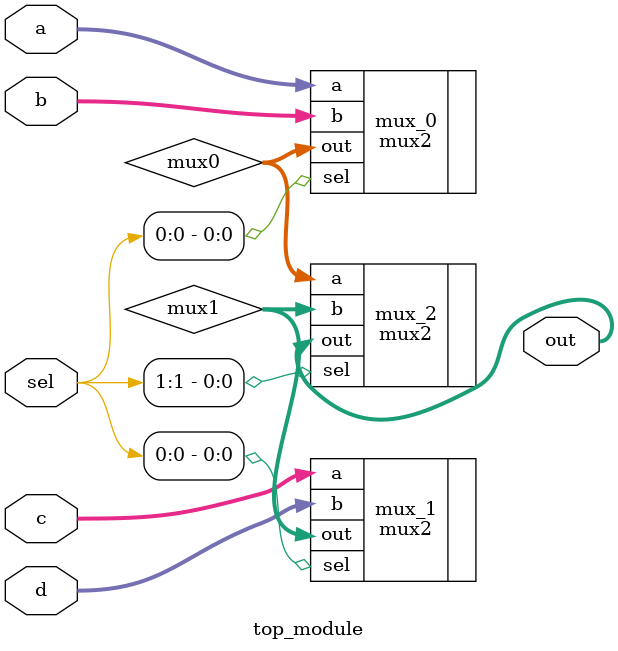
<source format=v>
/*
This 4-to-1 multiplexer doesn't work. Fix the bug(s).

You are provided with a bug-free 2-to-1 multiplexer:

module mux2 (
    input sel,
    input [7:0] a,
    input [7:0] b,
    output [7:0] out
);


module top_module (
    input [1:0] sel,
    input [7:0] a,
    input [7:0] b,
    input [7:0] c,
    input [7:0] d,
    output [7:0] out  );

    wire mux0, mux1;
    mux2 mux0 ( sel[0],    a,    b, mux0 );
    mux2 mux1 ( sel[1],    c,    d, mux1 );
    mux2 mux2 ( sel[1], mux0, mux1,  out );

endmodule
*/


module top_module (
    input [1:0] sel,
    input [7:0] a,
    input [7:0] b,
    input [7:0] c,
    input [7:0] d,
    output [7:0] out  );

    wire[7:0] mux0, mux1;
    mux2 mux_0 ( .sel(sel[0]), .a(a), .b(b), .out(mux0) );
    mux2 mux_1 ( .sel(sel[0]), .a(c), .b(d), .out(mux1) );
    mux2 mux_2 ( .sel(sel[1]), .a(mux0), .b(mux1), .out(out) );

endmodule
</source>
